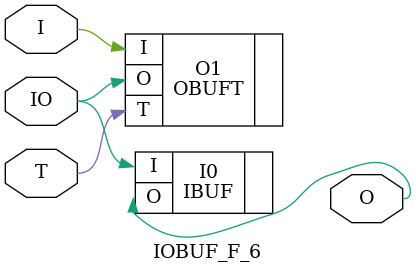
<source format=v>


`timescale  1 ps / 1 ps


module IOBUF_F_6 (O, IO, I, T);

    output O;

    inout  IO;

    input  I, T;

        OBUFT #( .SLEW("FAST"), .DRIVE(6)) O1 (.O(IO), .I(I), .T(T)); 
	IBUF #(.IOSTANDARD("DEFAULT"))  I0 (.O(O), .I(IO));
        

endmodule



</source>
